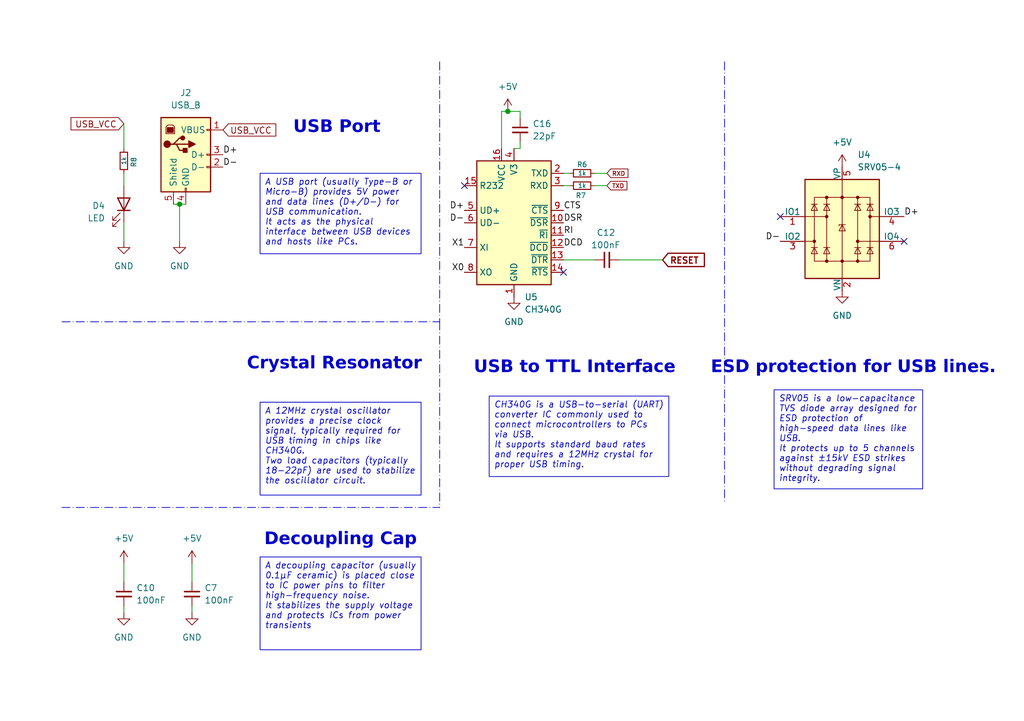
<source format=kicad_sch>
(kicad_sch
	(version 20250114)
	(generator "eeschema")
	(generator_version "9.0")
	(uuid "41e0433b-f654-424f-b7fb-5b8fcb7eacc8")
	(paper "A5")
	(lib_symbols
		(symbol "Connector:USB_B"
			(pin_names
				(offset 1.016)
			)
			(exclude_from_sim no)
			(in_bom yes)
			(on_board yes)
			(property "Reference" "J"
				(at -5.08 11.43 0)
				(effects
					(font
						(size 1.27 1.27)
					)
					(justify left)
				)
			)
			(property "Value" "USB_B"
				(at -5.08 8.89 0)
				(effects
					(font
						(size 1.27 1.27)
					)
					(justify left)
				)
			)
			(property "Footprint" ""
				(at 3.81 -1.27 0)
				(effects
					(font
						(size 1.27 1.27)
					)
					(hide yes)
				)
			)
			(property "Datasheet" "~"
				(at 3.81 -1.27 0)
				(effects
					(font
						(size 1.27 1.27)
					)
					(hide yes)
				)
			)
			(property "Description" "USB Type B connector"
				(at 0 0 0)
				(effects
					(font
						(size 1.27 1.27)
					)
					(hide yes)
				)
			)
			(property "ki_keywords" "connector USB"
				(at 0 0 0)
				(effects
					(font
						(size 1.27 1.27)
					)
					(hide yes)
				)
			)
			(property "ki_fp_filters" "USB*"
				(at 0 0 0)
				(effects
					(font
						(size 1.27 1.27)
					)
					(hide yes)
				)
			)
			(symbol "USB_B_0_1"
				(rectangle
					(start -5.08 -7.62)
					(end 5.08 7.62)
					(stroke
						(width 0.254)
						(type default)
					)
					(fill
						(type background)
					)
				)
				(polyline
					(pts
						(xy -4.064 4.318) (xy -2.286 4.318) (xy -2.286 5.715) (xy -2.667 6.096) (xy -3.683 6.096) (xy -4.064 5.715)
						(xy -4.064 4.318)
					)
					(stroke
						(width 0)
						(type default)
					)
					(fill
						(type none)
					)
				)
				(rectangle
					(start -3.81 5.588)
					(end -2.54 4.572)
					(stroke
						(width 0)
						(type default)
					)
					(fill
						(type outline)
					)
				)
				(circle
					(center -3.81 2.159)
					(radius 0.635)
					(stroke
						(width 0.254)
						(type default)
					)
					(fill
						(type outline)
					)
				)
				(polyline
					(pts
						(xy -3.175 2.159) (xy -2.54 2.159) (xy -1.27 3.429) (xy -0.635 3.429)
					)
					(stroke
						(width 0.254)
						(type default)
					)
					(fill
						(type none)
					)
				)
				(polyline
					(pts
						(xy -2.54 2.159) (xy -1.905 2.159) (xy -1.27 0.889) (xy 0 0.889)
					)
					(stroke
						(width 0.254)
						(type default)
					)
					(fill
						(type none)
					)
				)
				(polyline
					(pts
						(xy -1.905 2.159) (xy 0.635 2.159)
					)
					(stroke
						(width 0.254)
						(type default)
					)
					(fill
						(type none)
					)
				)
				(circle
					(center -0.635 3.429)
					(radius 0.381)
					(stroke
						(width 0.254)
						(type default)
					)
					(fill
						(type outline)
					)
				)
				(rectangle
					(start -0.127 -7.62)
					(end 0.127 -6.858)
					(stroke
						(width 0)
						(type default)
					)
					(fill
						(type none)
					)
				)
				(rectangle
					(start 0.254 1.27)
					(end -0.508 0.508)
					(stroke
						(width 0.254)
						(type default)
					)
					(fill
						(type outline)
					)
				)
				(polyline
					(pts
						(xy 0.635 2.794) (xy 0.635 1.524) (xy 1.905 2.159) (xy 0.635 2.794)
					)
					(stroke
						(width 0.254)
						(type default)
					)
					(fill
						(type outline)
					)
				)
				(rectangle
					(start 5.08 4.953)
					(end 4.318 5.207)
					(stroke
						(width 0)
						(type default)
					)
					(fill
						(type none)
					)
				)
				(rectangle
					(start 5.08 -0.127)
					(end 4.318 0.127)
					(stroke
						(width 0)
						(type default)
					)
					(fill
						(type none)
					)
				)
				(rectangle
					(start 5.08 -2.667)
					(end 4.318 -2.413)
					(stroke
						(width 0)
						(type default)
					)
					(fill
						(type none)
					)
				)
			)
			(symbol "USB_B_1_1"
				(pin passive line
					(at -2.54 -10.16 90)
					(length 2.54)
					(name "Shield"
						(effects
							(font
								(size 1.27 1.27)
							)
						)
					)
					(number "5"
						(effects
							(font
								(size 1.27 1.27)
							)
						)
					)
				)
				(pin power_out line
					(at 0 -10.16 90)
					(length 2.54)
					(name "GND"
						(effects
							(font
								(size 1.27 1.27)
							)
						)
					)
					(number "4"
						(effects
							(font
								(size 1.27 1.27)
							)
						)
					)
				)
				(pin power_out line
					(at 7.62 5.08 180)
					(length 2.54)
					(name "VBUS"
						(effects
							(font
								(size 1.27 1.27)
							)
						)
					)
					(number "1"
						(effects
							(font
								(size 1.27 1.27)
							)
						)
					)
				)
				(pin bidirectional line
					(at 7.62 0 180)
					(length 2.54)
					(name "D+"
						(effects
							(font
								(size 1.27 1.27)
							)
						)
					)
					(number "3"
						(effects
							(font
								(size 1.27 1.27)
							)
						)
					)
				)
				(pin bidirectional line
					(at 7.62 -2.54 180)
					(length 2.54)
					(name "D-"
						(effects
							(font
								(size 1.27 1.27)
							)
						)
					)
					(number "2"
						(effects
							(font
								(size 1.27 1.27)
							)
						)
					)
				)
			)
			(embedded_fonts no)
		)
		(symbol "Device:C_Small"
			(pin_numbers
				(hide yes)
			)
			(pin_names
				(offset 0.254)
				(hide yes)
			)
			(exclude_from_sim no)
			(in_bom yes)
			(on_board yes)
			(property "Reference" "C"
				(at 0.254 1.778 0)
				(effects
					(font
						(size 1.27 1.27)
					)
					(justify left)
				)
			)
			(property "Value" "C_Small"
				(at 0.254 -2.032 0)
				(effects
					(font
						(size 1.27 1.27)
					)
					(justify left)
				)
			)
			(property "Footprint" ""
				(at 0 0 0)
				(effects
					(font
						(size 1.27 1.27)
					)
					(hide yes)
				)
			)
			(property "Datasheet" "~"
				(at 0 0 0)
				(effects
					(font
						(size 1.27 1.27)
					)
					(hide yes)
				)
			)
			(property "Description" "Unpolarized capacitor, small symbol"
				(at 0 0 0)
				(effects
					(font
						(size 1.27 1.27)
					)
					(hide yes)
				)
			)
			(property "ki_keywords" "capacitor cap"
				(at 0 0 0)
				(effects
					(font
						(size 1.27 1.27)
					)
					(hide yes)
				)
			)
			(property "ki_fp_filters" "C_*"
				(at 0 0 0)
				(effects
					(font
						(size 1.27 1.27)
					)
					(hide yes)
				)
			)
			(symbol "C_Small_0_1"
				(polyline
					(pts
						(xy -1.524 0.508) (xy 1.524 0.508)
					)
					(stroke
						(width 0.3048)
						(type default)
					)
					(fill
						(type none)
					)
				)
				(polyline
					(pts
						(xy -1.524 -0.508) (xy 1.524 -0.508)
					)
					(stroke
						(width 0.3302)
						(type default)
					)
					(fill
						(type none)
					)
				)
			)
			(symbol "C_Small_1_1"
				(pin passive line
					(at 0 2.54 270)
					(length 2.032)
					(name "~"
						(effects
							(font
								(size 1.27 1.27)
							)
						)
					)
					(number "1"
						(effects
							(font
								(size 1.27 1.27)
							)
						)
					)
				)
				(pin passive line
					(at 0 -2.54 90)
					(length 2.032)
					(name "~"
						(effects
							(font
								(size 1.27 1.27)
							)
						)
					)
					(number "2"
						(effects
							(font
								(size 1.27 1.27)
							)
						)
					)
				)
			)
			(embedded_fonts no)
		)
		(symbol "Device:LED"
			(pin_numbers
				(hide yes)
			)
			(pin_names
				(offset 1.016)
				(hide yes)
			)
			(exclude_from_sim no)
			(in_bom yes)
			(on_board yes)
			(property "Reference" "D"
				(at 0 2.54 0)
				(effects
					(font
						(size 1.27 1.27)
					)
				)
			)
			(property "Value" "LED"
				(at 0 -2.54 0)
				(effects
					(font
						(size 1.27 1.27)
					)
				)
			)
			(property "Footprint" ""
				(at 0 0 0)
				(effects
					(font
						(size 1.27 1.27)
					)
					(hide yes)
				)
			)
			(property "Datasheet" "~"
				(at 0 0 0)
				(effects
					(font
						(size 1.27 1.27)
					)
					(hide yes)
				)
			)
			(property "Description" "Light emitting diode"
				(at 0 0 0)
				(effects
					(font
						(size 1.27 1.27)
					)
					(hide yes)
				)
			)
			(property "Sim.Pins" "1=K 2=A"
				(at 0 0 0)
				(effects
					(font
						(size 1.27 1.27)
					)
					(hide yes)
				)
			)
			(property "ki_keywords" "LED diode"
				(at 0 0 0)
				(effects
					(font
						(size 1.27 1.27)
					)
					(hide yes)
				)
			)
			(property "ki_fp_filters" "LED* LED_SMD:* LED_THT:*"
				(at 0 0 0)
				(effects
					(font
						(size 1.27 1.27)
					)
					(hide yes)
				)
			)
			(symbol "LED_0_1"
				(polyline
					(pts
						(xy -3.048 -0.762) (xy -4.572 -2.286) (xy -3.81 -2.286) (xy -4.572 -2.286) (xy -4.572 -1.524)
					)
					(stroke
						(width 0)
						(type default)
					)
					(fill
						(type none)
					)
				)
				(polyline
					(pts
						(xy -1.778 -0.762) (xy -3.302 -2.286) (xy -2.54 -2.286) (xy -3.302 -2.286) (xy -3.302 -1.524)
					)
					(stroke
						(width 0)
						(type default)
					)
					(fill
						(type none)
					)
				)
				(polyline
					(pts
						(xy -1.27 0) (xy 1.27 0)
					)
					(stroke
						(width 0)
						(type default)
					)
					(fill
						(type none)
					)
				)
				(polyline
					(pts
						(xy -1.27 -1.27) (xy -1.27 1.27)
					)
					(stroke
						(width 0.254)
						(type default)
					)
					(fill
						(type none)
					)
				)
				(polyline
					(pts
						(xy 1.27 -1.27) (xy 1.27 1.27) (xy -1.27 0) (xy 1.27 -1.27)
					)
					(stroke
						(width 0.254)
						(type default)
					)
					(fill
						(type none)
					)
				)
			)
			(symbol "LED_1_1"
				(pin passive line
					(at -3.81 0 0)
					(length 2.54)
					(name "K"
						(effects
							(font
								(size 1.27 1.27)
							)
						)
					)
					(number "1"
						(effects
							(font
								(size 1.27 1.27)
							)
						)
					)
				)
				(pin passive line
					(at 3.81 0 180)
					(length 2.54)
					(name "A"
						(effects
							(font
								(size 1.27 1.27)
							)
						)
					)
					(number "2"
						(effects
							(font
								(size 1.27 1.27)
							)
						)
					)
				)
			)
			(embedded_fonts no)
		)
		(symbol "Device:R_Small"
			(pin_numbers
				(hide yes)
			)
			(pin_names
				(offset 0.254)
				(hide yes)
			)
			(exclude_from_sim no)
			(in_bom yes)
			(on_board yes)
			(property "Reference" "R"
				(at 0 0 90)
				(effects
					(font
						(size 1.016 1.016)
					)
				)
			)
			(property "Value" "R_Small"
				(at 1.778 0 90)
				(effects
					(font
						(size 1.27 1.27)
					)
				)
			)
			(property "Footprint" ""
				(at 0 0 0)
				(effects
					(font
						(size 1.27 1.27)
					)
					(hide yes)
				)
			)
			(property "Datasheet" "~"
				(at 0 0 0)
				(effects
					(font
						(size 1.27 1.27)
					)
					(hide yes)
				)
			)
			(property "Description" "Resistor, small symbol"
				(at 0 0 0)
				(effects
					(font
						(size 1.27 1.27)
					)
					(hide yes)
				)
			)
			(property "ki_keywords" "R resistor"
				(at 0 0 0)
				(effects
					(font
						(size 1.27 1.27)
					)
					(hide yes)
				)
			)
			(property "ki_fp_filters" "R_*"
				(at 0 0 0)
				(effects
					(font
						(size 1.27 1.27)
					)
					(hide yes)
				)
			)
			(symbol "R_Small_0_1"
				(rectangle
					(start -0.762 1.778)
					(end 0.762 -1.778)
					(stroke
						(width 0.2032)
						(type default)
					)
					(fill
						(type none)
					)
				)
			)
			(symbol "R_Small_1_1"
				(pin passive line
					(at 0 2.54 270)
					(length 0.762)
					(name "~"
						(effects
							(font
								(size 1.27 1.27)
							)
						)
					)
					(number "1"
						(effects
							(font
								(size 1.27 1.27)
							)
						)
					)
				)
				(pin passive line
					(at 0 -2.54 90)
					(length 0.762)
					(name "~"
						(effects
							(font
								(size 1.27 1.27)
							)
						)
					)
					(number "2"
						(effects
							(font
								(size 1.27 1.27)
							)
						)
					)
				)
			)
			(embedded_fonts no)
		)
		(symbol "Interface_USB:CH340G"
			(exclude_from_sim no)
			(in_bom yes)
			(on_board yes)
			(property "Reference" "U"
				(at -5.08 13.97 0)
				(effects
					(font
						(size 1.27 1.27)
					)
					(justify right)
				)
			)
			(property "Value" "CH340G"
				(at 1.27 13.97 0)
				(effects
					(font
						(size 1.27 1.27)
					)
					(justify left)
				)
			)
			(property "Footprint" "Package_SO:SOIC-16_3.9x9.9mm_P1.27mm"
				(at 1.27 -13.97 0)
				(effects
					(font
						(size 1.27 1.27)
					)
					(justify left)
					(hide yes)
				)
			)
			(property "Datasheet" "http://www.datasheet5.com/pdf-local-2195953"
				(at -8.89 20.32 0)
				(effects
					(font
						(size 1.27 1.27)
					)
					(hide yes)
				)
			)
			(property "Description" "USB serial converter, UART, SOIC-16"
				(at 0 0 0)
				(effects
					(font
						(size 1.27 1.27)
					)
					(hide yes)
				)
			)
			(property "ki_keywords" "USB UART Serial Converter Interface"
				(at 0 0 0)
				(effects
					(font
						(size 1.27 1.27)
					)
					(hide yes)
				)
			)
			(property "ki_fp_filters" "SOIC*3.9x9.9mm*P1.27mm*"
				(at 0 0 0)
				(effects
					(font
						(size 1.27 1.27)
					)
					(hide yes)
				)
			)
			(symbol "CH340G_0_1"
				(rectangle
					(start -7.62 12.7)
					(end 7.62 -12.7)
					(stroke
						(width 0.254)
						(type default)
					)
					(fill
						(type background)
					)
				)
			)
			(symbol "CH340G_1_1"
				(pin input line
					(at -10.16 7.62 0)
					(length 2.54)
					(name "R232"
						(effects
							(font
								(size 1.27 1.27)
							)
						)
					)
					(number "15"
						(effects
							(font
								(size 1.27 1.27)
							)
						)
					)
				)
				(pin bidirectional line
					(at -10.16 2.54 0)
					(length 2.54)
					(name "UD+"
						(effects
							(font
								(size 1.27 1.27)
							)
						)
					)
					(number "5"
						(effects
							(font
								(size 1.27 1.27)
							)
						)
					)
				)
				(pin bidirectional line
					(at -10.16 0 0)
					(length 2.54)
					(name "UD-"
						(effects
							(font
								(size 1.27 1.27)
							)
						)
					)
					(number "6"
						(effects
							(font
								(size 1.27 1.27)
							)
						)
					)
				)
				(pin input line
					(at -10.16 -5.08 0)
					(length 2.54)
					(name "XI"
						(effects
							(font
								(size 1.27 1.27)
							)
						)
					)
					(number "7"
						(effects
							(font
								(size 1.27 1.27)
							)
						)
					)
				)
				(pin output line
					(at -10.16 -10.16 0)
					(length 2.54)
					(name "XO"
						(effects
							(font
								(size 1.27 1.27)
							)
						)
					)
					(number "8"
						(effects
							(font
								(size 1.27 1.27)
							)
						)
					)
				)
				(pin power_in line
					(at -2.54 15.24 270)
					(length 2.54)
					(name "VCC"
						(effects
							(font
								(size 1.27 1.27)
							)
						)
					)
					(number "16"
						(effects
							(font
								(size 1.27 1.27)
							)
						)
					)
				)
				(pin power_out line
					(at 0 15.24 270)
					(length 2.54)
					(name "V3"
						(effects
							(font
								(size 1.27 1.27)
							)
						)
					)
					(number "4"
						(effects
							(font
								(size 1.27 1.27)
							)
						)
					)
				)
				(pin power_in line
					(at 0 -15.24 90)
					(length 2.54)
					(name "GND"
						(effects
							(font
								(size 1.27 1.27)
							)
						)
					)
					(number "1"
						(effects
							(font
								(size 1.27 1.27)
							)
						)
					)
				)
				(pin output line
					(at 10.16 10.16 180)
					(length 2.54)
					(name "TXD"
						(effects
							(font
								(size 1.27 1.27)
							)
						)
					)
					(number "2"
						(effects
							(font
								(size 1.27 1.27)
							)
						)
					)
				)
				(pin input line
					(at 10.16 7.62 180)
					(length 2.54)
					(name "RXD"
						(effects
							(font
								(size 1.27 1.27)
							)
						)
					)
					(number "3"
						(effects
							(font
								(size 1.27 1.27)
							)
						)
					)
				)
				(pin input line
					(at 10.16 2.54 180)
					(length 2.54)
					(name "~{CTS}"
						(effects
							(font
								(size 1.27 1.27)
							)
						)
					)
					(number "9"
						(effects
							(font
								(size 1.27 1.27)
							)
						)
					)
				)
				(pin input line
					(at 10.16 0 180)
					(length 2.54)
					(name "~{DSR}"
						(effects
							(font
								(size 1.27 1.27)
							)
						)
					)
					(number "10"
						(effects
							(font
								(size 1.27 1.27)
							)
						)
					)
				)
				(pin input line
					(at 10.16 -2.54 180)
					(length 2.54)
					(name "~{RI}"
						(effects
							(font
								(size 1.27 1.27)
							)
						)
					)
					(number "11"
						(effects
							(font
								(size 1.27 1.27)
							)
						)
					)
				)
				(pin input line
					(at 10.16 -5.08 180)
					(length 2.54)
					(name "~{DCD}"
						(effects
							(font
								(size 1.27 1.27)
							)
						)
					)
					(number "12"
						(effects
							(font
								(size 1.27 1.27)
							)
						)
					)
				)
				(pin output line
					(at 10.16 -7.62 180)
					(length 2.54)
					(name "~{DTR}"
						(effects
							(font
								(size 1.27 1.27)
							)
						)
					)
					(number "13"
						(effects
							(font
								(size 1.27 1.27)
							)
						)
					)
				)
				(pin output line
					(at 10.16 -10.16 180)
					(length 2.54)
					(name "~{RTS}"
						(effects
							(font
								(size 1.27 1.27)
							)
						)
					)
					(number "14"
						(effects
							(font
								(size 1.27 1.27)
							)
						)
					)
				)
			)
			(embedded_fonts no)
		)
		(symbol "Power_Protection:SRV05-4"
			(pin_names
				(offset 0)
			)
			(exclude_from_sim no)
			(in_bom yes)
			(on_board yes)
			(property "Reference" "U"
				(at -5.08 11.43 0)
				(effects
					(font
						(size 1.27 1.27)
					)
					(justify right)
				)
			)
			(property "Value" "SRV05-4"
				(at 2.54 11.43 0)
				(effects
					(font
						(size 1.27 1.27)
					)
					(justify left)
				)
			)
			(property "Footprint" "Package_TO_SOT_SMD:SOT-23-6"
				(at 17.78 -11.43 0)
				(effects
					(font
						(size 1.27 1.27)
					)
					(hide yes)
				)
			)
			(property "Datasheet" "http://www.onsemi.com/pub/Collateral/SRV05-4-D.PDF"
				(at 0 0 0)
				(effects
					(font
						(size 1.27 1.27)
					)
					(hide yes)
				)
			)
			(property "Description" "ESD Protection Diodes with Low Clamping Voltage, SOT-23-6"
				(at 0 0 0)
				(effects
					(font
						(size 1.27 1.27)
					)
					(hide yes)
				)
			)
			(property "ki_keywords" "ESD protection diodes"
				(at 0 0 0)
				(effects
					(font
						(size 1.27 1.27)
					)
					(hide yes)
				)
			)
			(property "ki_fp_filters" "SOT?23*"
				(at 0 0 0)
				(effects
					(font
						(size 1.27 1.27)
					)
					(hide yes)
				)
			)
			(symbol "SRV05-4_0_0"
				(rectangle
					(start -5.715 6.477)
					(end 5.715 -6.604)
					(stroke
						(width 0)
						(type default)
					)
					(fill
						(type none)
					)
				)
				(polyline
					(pts
						(xy -3.175 -6.604) (xy -3.175 6.477)
					)
					(stroke
						(width 0)
						(type default)
					)
					(fill
						(type none)
					)
				)
				(polyline
					(pts
						(xy 3.175 6.477) (xy 3.175 -6.604)
					)
					(stroke
						(width 0)
						(type default)
					)
					(fill
						(type none)
					)
				)
			)
			(symbol "SRV05-4_0_1"
				(polyline
					(pts
						(xy -7.747 2.54) (xy -3.175 2.54)
					)
					(stroke
						(width 0)
						(type default)
					)
					(fill
						(type none)
					)
				)
				(rectangle
					(start -7.62 10.16)
					(end 7.62 -10.16)
					(stroke
						(width 0.254)
						(type default)
					)
					(fill
						(type background)
					)
				)
				(polyline
					(pts
						(xy -7.62 -2.54) (xy -5.715 -2.54)
					)
					(stroke
						(width 0)
						(type default)
					)
					(fill
						(type none)
					)
				)
				(circle
					(center -5.715 -2.54)
					(radius 0.2794)
					(stroke
						(width 0)
						(type default)
					)
					(fill
						(type outline)
					)
				)
				(polyline
					(pts
						(xy -5.08 5.08) (xy -6.35 5.08)
					)
					(stroke
						(width 0)
						(type default)
					)
					(fill
						(type none)
					)
				)
				(polyline
					(pts
						(xy -5.08 3.81) (xy -6.35 3.81) (xy -5.715 5.08) (xy -5.08 3.81)
					)
					(stroke
						(width 0)
						(type default)
					)
					(fill
						(type none)
					)
				)
				(polyline
					(pts
						(xy -5.08 -3.81) (xy -6.35 -3.81)
					)
					(stroke
						(width 0)
						(type default)
					)
					(fill
						(type none)
					)
				)
				(polyline
					(pts
						(xy -5.08 -5.08) (xy -6.35 -5.08) (xy -5.715 -3.81) (xy -5.08 -5.08)
					)
					(stroke
						(width 0)
						(type default)
					)
					(fill
						(type none)
					)
				)
				(circle
					(center -3.175 6.477)
					(radius 0.2794)
					(stroke
						(width 0)
						(type default)
					)
					(fill
						(type outline)
					)
				)
				(circle
					(center -3.175 2.54)
					(radius 0.2794)
					(stroke
						(width 0)
						(type default)
					)
					(fill
						(type outline)
					)
				)
				(circle
					(center -3.175 -6.604)
					(radius 0.2794)
					(stroke
						(width 0)
						(type default)
					)
					(fill
						(type outline)
					)
				)
				(polyline
					(pts
						(xy -2.54 5.08) (xy -3.81 5.08)
					)
					(stroke
						(width 0)
						(type default)
					)
					(fill
						(type none)
					)
				)
				(polyline
					(pts
						(xy -2.54 3.81) (xy -3.81 3.81) (xy -3.175 5.08) (xy -2.54 3.81)
					)
					(stroke
						(width 0)
						(type default)
					)
					(fill
						(type none)
					)
				)
				(polyline
					(pts
						(xy -2.54 -3.81) (xy -3.81 -3.81)
					)
					(stroke
						(width 0)
						(type default)
					)
					(fill
						(type none)
					)
				)
				(polyline
					(pts
						(xy -2.54 -5.08) (xy -3.81 -5.08) (xy -3.175 -3.81) (xy -2.54 -5.08)
					)
					(stroke
						(width 0)
						(type default)
					)
					(fill
						(type none)
					)
				)
				(polyline
					(pts
						(xy 0 10.16) (xy 0 -10.16)
					)
					(stroke
						(width 0)
						(type default)
					)
					(fill
						(type none)
					)
				)
				(circle
					(center 0 6.477)
					(radius 0.2794)
					(stroke
						(width 0)
						(type default)
					)
					(fill
						(type outline)
					)
				)
				(circle
					(center 0 -6.604)
					(radius 0.2794)
					(stroke
						(width 0)
						(type default)
					)
					(fill
						(type outline)
					)
				)
				(polyline
					(pts
						(xy 0.635 0.889) (xy -0.635 0.889) (xy -0.635 0.635)
					)
					(stroke
						(width 0)
						(type default)
					)
					(fill
						(type none)
					)
				)
				(polyline
					(pts
						(xy 0.635 -0.381) (xy -0.635 -0.381) (xy 0 0.889) (xy 0.635 -0.381)
					)
					(stroke
						(width 0)
						(type default)
					)
					(fill
						(type none)
					)
				)
				(circle
					(center 3.175 6.477)
					(radius 0.2794)
					(stroke
						(width 0)
						(type default)
					)
					(fill
						(type outline)
					)
				)
				(circle
					(center 3.175 -2.54)
					(radius 0.2794)
					(stroke
						(width 0)
						(type default)
					)
					(fill
						(type outline)
					)
				)
				(circle
					(center 3.175 -6.604)
					(radius 0.2794)
					(stroke
						(width 0)
						(type default)
					)
					(fill
						(type outline)
					)
				)
				(polyline
					(pts
						(xy 3.81 5.08) (xy 2.54 5.08)
					)
					(stroke
						(width 0)
						(type default)
					)
					(fill
						(type none)
					)
				)
				(polyline
					(pts
						(xy 3.81 3.81) (xy 2.54 3.81) (xy 3.175 5.08) (xy 3.81 3.81)
					)
					(stroke
						(width 0)
						(type default)
					)
					(fill
						(type none)
					)
				)
				(polyline
					(pts
						(xy 3.81 -3.81) (xy 2.54 -3.81)
					)
					(stroke
						(width 0)
						(type default)
					)
					(fill
						(type none)
					)
				)
				(polyline
					(pts
						(xy 3.81 -5.08) (xy 2.54 -5.08) (xy 3.175 -3.81) (xy 3.81 -5.08)
					)
					(stroke
						(width 0)
						(type default)
					)
					(fill
						(type none)
					)
				)
				(circle
					(center 5.715 2.54)
					(radius 0.2794)
					(stroke
						(width 0)
						(type default)
					)
					(fill
						(type outline)
					)
				)
				(polyline
					(pts
						(xy 6.35 5.08) (xy 5.08 5.08)
					)
					(stroke
						(width 0)
						(type default)
					)
					(fill
						(type none)
					)
				)
				(polyline
					(pts
						(xy 6.35 3.81) (xy 5.08 3.81) (xy 5.715 5.08) (xy 6.35 3.81)
					)
					(stroke
						(width 0)
						(type default)
					)
					(fill
						(type none)
					)
				)
				(polyline
					(pts
						(xy 6.35 -3.81) (xy 5.08 -3.81)
					)
					(stroke
						(width 0)
						(type default)
					)
					(fill
						(type none)
					)
				)
				(polyline
					(pts
						(xy 6.35 -5.08) (xy 5.08 -5.08) (xy 5.715 -3.81) (xy 6.35 -5.08)
					)
					(stroke
						(width 0)
						(type default)
					)
					(fill
						(type none)
					)
				)
				(polyline
					(pts
						(xy 7.62 2.54) (xy 5.715 2.54)
					)
					(stroke
						(width 0)
						(type default)
					)
					(fill
						(type none)
					)
				)
				(polyline
					(pts
						(xy 7.62 -2.54) (xy 3.175 -2.54)
					)
					(stroke
						(width 0)
						(type default)
					)
					(fill
						(type none)
					)
				)
			)
			(symbol "SRV05-4_1_1"
				(pin passive line
					(at -12.7 2.54 0)
					(length 5.08)
					(name "IO1"
						(effects
							(font
								(size 1.27 1.27)
							)
						)
					)
					(number "1"
						(effects
							(font
								(size 1.27 1.27)
							)
						)
					)
				)
				(pin passive line
					(at -12.7 -2.54 0)
					(length 5.08)
					(name "IO2"
						(effects
							(font
								(size 1.27 1.27)
							)
						)
					)
					(number "3"
						(effects
							(font
								(size 1.27 1.27)
							)
						)
					)
				)
				(pin passive line
					(at 0 12.7 270)
					(length 2.54)
					(name "VP"
						(effects
							(font
								(size 1.27 1.27)
							)
						)
					)
					(number "5"
						(effects
							(font
								(size 1.27 1.27)
							)
						)
					)
				)
				(pin passive line
					(at 0 -12.7 90)
					(length 2.54)
					(name "VN"
						(effects
							(font
								(size 1.27 1.27)
							)
						)
					)
					(number "2"
						(effects
							(font
								(size 1.27 1.27)
							)
						)
					)
				)
				(pin passive line
					(at 12.7 2.54 180)
					(length 5.08)
					(name "IO3"
						(effects
							(font
								(size 1.27 1.27)
							)
						)
					)
					(number "4"
						(effects
							(font
								(size 1.27 1.27)
							)
						)
					)
				)
				(pin passive line
					(at 12.7 -2.54 180)
					(length 5.08)
					(name "IO4"
						(effects
							(font
								(size 1.27 1.27)
							)
						)
					)
					(number "6"
						(effects
							(font
								(size 1.27 1.27)
							)
						)
					)
				)
			)
			(embedded_fonts no)
		)
		(symbol "power:+5V"
			(power)
			(pin_numbers
				(hide yes)
			)
			(pin_names
				(offset 0)
				(hide yes)
			)
			(exclude_from_sim no)
			(in_bom yes)
			(on_board yes)
			(property "Reference" "#PWR"
				(at 0 -3.81 0)
				(effects
					(font
						(size 1.27 1.27)
					)
					(hide yes)
				)
			)
			(property "Value" "+5V"
				(at 0 3.556 0)
				(effects
					(font
						(size 1.27 1.27)
					)
				)
			)
			(property "Footprint" ""
				(at 0 0 0)
				(effects
					(font
						(size 1.27 1.27)
					)
					(hide yes)
				)
			)
			(property "Datasheet" ""
				(at 0 0 0)
				(effects
					(font
						(size 1.27 1.27)
					)
					(hide yes)
				)
			)
			(property "Description" "Power symbol creates a global label with name \"+5V\""
				(at 0 0 0)
				(effects
					(font
						(size 1.27 1.27)
					)
					(hide yes)
				)
			)
			(property "ki_keywords" "global power"
				(at 0 0 0)
				(effects
					(font
						(size 1.27 1.27)
					)
					(hide yes)
				)
			)
			(symbol "+5V_0_1"
				(polyline
					(pts
						(xy -0.762 1.27) (xy 0 2.54)
					)
					(stroke
						(width 0)
						(type default)
					)
					(fill
						(type none)
					)
				)
				(polyline
					(pts
						(xy 0 2.54) (xy 0.762 1.27)
					)
					(stroke
						(width 0)
						(type default)
					)
					(fill
						(type none)
					)
				)
				(polyline
					(pts
						(xy 0 0) (xy 0 2.54)
					)
					(stroke
						(width 0)
						(type default)
					)
					(fill
						(type none)
					)
				)
			)
			(symbol "+5V_1_1"
				(pin power_in line
					(at 0 0 90)
					(length 0)
					(name "~"
						(effects
							(font
								(size 1.27 1.27)
							)
						)
					)
					(number "1"
						(effects
							(font
								(size 1.27 1.27)
							)
						)
					)
				)
			)
			(embedded_fonts no)
		)
		(symbol "power:GND"
			(power)
			(pin_numbers
				(hide yes)
			)
			(pin_names
				(offset 0)
				(hide yes)
			)
			(exclude_from_sim no)
			(in_bom yes)
			(on_board yes)
			(property "Reference" "#PWR"
				(at 0 -6.35 0)
				(effects
					(font
						(size 1.27 1.27)
					)
					(hide yes)
				)
			)
			(property "Value" "GND"
				(at 0 -3.81 0)
				(effects
					(font
						(size 1.27 1.27)
					)
				)
			)
			(property "Footprint" ""
				(at 0 0 0)
				(effects
					(font
						(size 1.27 1.27)
					)
					(hide yes)
				)
			)
			(property "Datasheet" ""
				(at 0 0 0)
				(effects
					(font
						(size 1.27 1.27)
					)
					(hide yes)
				)
			)
			(property "Description" "Power symbol creates a global label with name \"GND\" , ground"
				(at 0 0 0)
				(effects
					(font
						(size 1.27 1.27)
					)
					(hide yes)
				)
			)
			(property "ki_keywords" "global power"
				(at 0 0 0)
				(effects
					(font
						(size 1.27 1.27)
					)
					(hide yes)
				)
			)
			(symbol "GND_0_1"
				(polyline
					(pts
						(xy 0 0) (xy 0 -1.27) (xy 1.27 -1.27) (xy 0 -2.54) (xy -1.27 -1.27) (xy 0 -1.27)
					)
					(stroke
						(width 0)
						(type default)
					)
					(fill
						(type none)
					)
				)
			)
			(symbol "GND_1_1"
				(pin power_in line
					(at 0 0 270)
					(length 0)
					(name "~"
						(effects
							(font
								(size 1.27 1.27)
							)
						)
					)
					(number "1"
						(effects
							(font
								(size 1.27 1.27)
							)
						)
					)
				)
			)
			(embedded_fonts no)
		)
	)
	(text "Crystal Resonator\n"
		(exclude_from_sim no)
		(at 68.58 75.438 0)
		(effects
			(font
				(face "HP Simplified")
				(size 2.54 2.54)
				(thickness 0.254)
				(bold yes)
			)
		)
		(uuid "2ff52226-7237-46ab-8689-76fa1a1737a0")
	)
	(text "USB to TTL Interface"
		(exclude_from_sim no)
		(at 117.856 76.2 0)
		(effects
			(font
				(face "HP Simplified")
				(size 2.54 2.54)
				(thickness 0.254)
				(bold yes)
			)
		)
		(uuid "52480fd9-ae2c-4b6a-9702-fd1cbe09ae9b")
	)
	(text "Decoupling Cap"
		(exclude_from_sim no)
		(at 69.85 111.506 0)
		(effects
			(font
				(face "HP Simplified")
				(size 2.54 2.54)
				(thickness 0.254)
				(bold yes)
			)
		)
		(uuid "69cb46c6-57fa-46cf-a79b-4c083ed45524")
	)
	(text "ESD protection for USB lines."
		(exclude_from_sim no)
		(at 175.006 76.2 0)
		(effects
			(font
				(face "HP Simplified")
				(size 2.54 2.54)
				(thickness 0.254)
				(bold yes)
			)
		)
		(uuid "921464ce-8006-46a3-b73c-680c18e01c54")
	)
	(text "USB Port"
		(exclude_from_sim no)
		(at 69.088 26.924 0)
		(effects
			(font
				(face "HP Simplified")
				(size 2.54 2.54)
				(thickness 0.254)
				(bold yes)
			)
		)
		(uuid "cd04afdd-d95b-4ca1-8b65-1e9eda9110f4")
	)
	(text_box "SRV05 is a low-capacitance TVS diode array designed for ESD protection of high-speed data lines like USB.\nIt protects up to 5 channels against ±15 kV ESD strikes without degrading signal integrity."
		(exclude_from_sim no)
		(at 158.75 80.01 0)
		(size 30.48 20.32)
		(margins 0.9525 0.9525 0.9525 0.9525)
		(stroke
			(width 0)
			(type solid)
		)
		(fill
			(type none)
		)
		(effects
			(font
				(size 1.27 1.27)
				(italic yes)
			)
			(justify left top)
		)
		(uuid "0f41b7b7-b735-49d0-be21-d2ff6a3f0fab")
	)
	(text_box "A USB port (usually Type-B or Micro-B) provides 5V power and data lines (D+/D−) for USB communication.\nIt acts as the physical interface between USB devices and hosts like PCs."
		(exclude_from_sim no)
		(at 53.34 35.56 0)
		(size 33.02 16.51)
		(margins 0.9525 0.9525 0.9525 0.9525)
		(stroke
			(width 0)
			(type solid)
		)
		(fill
			(type none)
		)
		(effects
			(font
				(size 1.27 1.27)
				(italic yes)
			)
			(justify left top)
		)
		(uuid "220deab5-1371-41fb-8e3e-0b2de10033da")
	)
	(text_box "A decoupling capacitor (usually 0.1 µF ceramic) is placed close to IC power pins to filter high-frequency noise.\nIt stabilizes the supply voltage and protects ICs from power transients"
		(exclude_from_sim no)
		(at 53.34 114.3 0)
		(size 33.02 19.05)
		(margins 0.9525 0.9525 0.9525 0.9525)
		(stroke
			(width 0)
			(type solid)
		)
		(fill
			(type none)
		)
		(effects
			(font
				(size 1.27 1.27)
				(italic yes)
			)
			(justify left top)
		)
		(uuid "3762e3f0-c3fa-477b-92c7-3f670a418ada")
	)
	(text_box "A 12 MHz crystal oscillator provides a precise clock signal, typically required for USB timing in chips like CH340G.\nTwo load capacitors (typically 18-22 pF) are used to stabilize the oscillator circuit."
		(exclude_from_sim no)
		(at 53.34 82.55 0)
		(size 33.02 19.05)
		(margins 0.9525 0.9525 0.9525 0.9525)
		(stroke
			(width 0)
			(type solid)
		)
		(fill
			(type none)
		)
		(effects
			(font
				(size 1.27 1.27)
				(italic yes)
			)
			(justify left top)
		)
		(uuid "67a2a6f6-b78d-42fb-bb8d-a03b5b94b2ad")
	)
	(text_box "CH340G is a USB-to-serial (UART) converter IC commonly used to connect microcontrollers to PCs via USB.\nIt supports standard baud rates and requires a 12 MHz crystal for proper USB timing."
		(exclude_from_sim no)
		(at 100.33 81.28 0)
		(size 36.83 16.51)
		(margins 0.9525 0.9525 0.9525 0.9525)
		(stroke
			(width 0)
			(type solid)
		)
		(fill
			(type none)
		)
		(effects
			(font
				(size 1.27 1.27)
				(italic yes)
			)
			(justify left top)
		)
		(uuid "87499366-62c0-49fb-b779-fd5fc00a4194")
	)
	(junction
		(at 36.83 41.91)
		(diameter 0)
		(color 0 0 0 0)
		(uuid "168c6152-71cf-43b3-9672-a14b2c95375b")
	)
	(junction
		(at 104.14 22.86)
		(diameter 0)
		(color 0 0 0 0)
		(uuid "ebd91353-35c3-4799-b9d3-fafabc047f1f")
	)
	(no_connect
		(at 160.02 44.45)
		(uuid "2197dda3-e2c1-4860-9daf-2a09ff9d1bb3")
	)
	(no_connect
		(at 115.57 55.88)
		(uuid "6303870d-f09e-4791-9017-ac06885010cf")
	)
	(no_connect
		(at 95.25 38.1)
		(uuid "9a79804f-517f-429c-99cf-41a953732aa6")
	)
	(no_connect
		(at 185.42 49.53)
		(uuid "c1d5a4e1-64f9-44a0-9a12-d31e10621618")
	)
	(wire
		(pts
			(xy 39.37 125.73) (xy 39.37 124.46)
		)
		(stroke
			(width 0)
			(type default)
		)
		(uuid "13233e45-7e8a-4189-9674-444eac2982aa")
	)
	(wire
		(pts
			(xy 115.57 38.1) (xy 116.84 38.1)
		)
		(stroke
			(width 0)
			(type default)
		)
		(uuid "1c085115-b7ae-4235-bb0c-34bcd179dbfe")
	)
	(wire
		(pts
			(xy 102.87 22.86) (xy 104.14 22.86)
		)
		(stroke
			(width 0)
			(type default)
		)
		(uuid "1e4ecd68-0138-4d11-ac47-a1d1d35962b0")
	)
	(wire
		(pts
			(xy 127 53.34) (xy 135.89 53.34)
		)
		(stroke
			(width 0)
			(type default)
		)
		(uuid "2219a7b5-c5e2-483b-a8c5-1729c8596a22")
	)
	(polyline
		(pts
			(xy 12.7 66.04) (xy 90.17 66.04)
		)
		(stroke
			(width 0)
			(type dash_dot)
		)
		(uuid "228d2dc6-865e-4ff6-9731-113b1f9805b5")
	)
	(wire
		(pts
			(xy 124.46 35.56) (xy 121.92 35.56)
		)
		(stroke
			(width 0)
			(type default)
		)
		(uuid "33989a10-71f5-4d31-b586-66906deb7d14")
	)
	(wire
		(pts
			(xy 36.83 41.91) (xy 38.1 41.91)
		)
		(stroke
			(width 0)
			(type default)
		)
		(uuid "35e276b2-6ce1-4413-b337-1dc71bd4a827")
	)
	(wire
		(pts
			(xy 39.37 119.38) (xy 39.37 115.57)
		)
		(stroke
			(width 0)
			(type default)
		)
		(uuid "35f5e3fd-5ee7-4339-85c0-323447852d3d")
	)
	(wire
		(pts
			(xy 36.83 41.91) (xy 36.83 49.53)
		)
		(stroke
			(width 0)
			(type default)
		)
		(uuid "40def682-208a-4791-9fa3-56b285d5ed78")
	)
	(wire
		(pts
			(xy 25.4 125.73) (xy 25.4 124.46)
		)
		(stroke
			(width 0)
			(type default)
		)
		(uuid "418aa2cc-b892-44f6-8bf4-45ede907e18b")
	)
	(polyline
		(pts
			(xy 90.17 66.04) (xy 90.17 104.14)
		)
		(stroke
			(width 0)
			(type dash_dot)
		)
		(uuid "4bed2208-6cd7-48e1-9821-f6ac3c439929")
	)
	(wire
		(pts
			(xy 115.57 35.56) (xy 116.84 35.56)
		)
		(stroke
			(width 0)
			(type default)
		)
		(uuid "5c1342bd-ba7b-4b19-967e-7f8d2261cbda")
	)
	(wire
		(pts
			(xy 25.4 35.56) (xy 25.4 38.1)
		)
		(stroke
			(width 0)
			(type default)
		)
		(uuid "70c75964-c8b0-4dd3-b83d-f89f00955135")
	)
	(wire
		(pts
			(xy 102.87 22.86) (xy 102.87 30.48)
		)
		(stroke
			(width 0)
			(type default)
		)
		(uuid "85268b27-7777-4c0a-8203-b3dd15e18fe0")
	)
	(wire
		(pts
			(xy 35.56 41.91) (xy 36.83 41.91)
		)
		(stroke
			(width 0)
			(type default)
		)
		(uuid "c4dc1171-cf8d-4039-b1df-def0defc8762")
	)
	(wire
		(pts
			(xy 25.4 119.38) (xy 25.4 115.57)
		)
		(stroke
			(width 0)
			(type default)
		)
		(uuid "cfc159de-4978-4f4f-a8c9-eba7b8653369")
	)
	(wire
		(pts
			(xy 25.4 45.72) (xy 25.4 49.53)
		)
		(stroke
			(width 0)
			(type default)
		)
		(uuid "d353b96e-6dea-4afd-9f29-963f2aa0a781")
	)
	(wire
		(pts
			(xy 106.68 30.48) (xy 105.41 30.48)
		)
		(stroke
			(width 0)
			(type default)
		)
		(uuid "d6760dfa-e80d-4f7c-b82f-fe9821887ff3")
	)
	(wire
		(pts
			(xy 106.68 24.13) (xy 106.68 22.86)
		)
		(stroke
			(width 0)
			(type default)
		)
		(uuid "d9cb3945-d368-4d05-b8ab-d71cd11b1b93")
	)
	(wire
		(pts
			(xy 121.92 38.1) (xy 124.46 38.1)
		)
		(stroke
			(width 0)
			(type default)
		)
		(uuid "dbc18698-acea-4b31-92d2-99b4afff45b6")
	)
	(wire
		(pts
			(xy 115.57 53.34) (xy 121.92 53.34)
		)
		(stroke
			(width 0)
			(type default)
		)
		(uuid "dda7b83a-289e-440d-a12d-bae3dca3b7fe")
	)
	(wire
		(pts
			(xy 104.14 22.86) (xy 106.68 22.86)
		)
		(stroke
			(width 0)
			(type default)
		)
		(uuid "de73cc79-abca-4aec-8718-a6c24129eeaa")
	)
	(wire
		(pts
			(xy 25.4 25.4) (xy 25.4 30.48)
		)
		(stroke
			(width 0)
			(type default)
		)
		(uuid "e8b160f7-c923-4ea2-9c6d-94b76d20325a")
	)
	(polyline
		(pts
			(xy 12.7 104.14) (xy 90.17 104.14)
		)
		(stroke
			(width 0)
			(type dash_dot)
		)
		(uuid "e90a8add-94c9-497e-abe5-1d2a1488a62e")
	)
	(wire
		(pts
			(xy 106.68 29.21) (xy 106.68 30.48)
		)
		(stroke
			(width 0)
			(type default)
		)
		(uuid "eb1e9b4c-515e-41ea-9407-efa7b629ce8f")
	)
	(polyline
		(pts
			(xy 90.17 12.7) (xy 90.17 66.04)
		)
		(stroke
			(width 0)
			(type dash_dot)
		)
		(uuid "ebbf1d3a-5355-4a21-895d-854a9be07255")
	)
	(polyline
		(pts
			(xy 148.59 12.7) (xy 148.59 102.87)
		)
		(stroke
			(width 0)
			(type dash_dot)
		)
		(uuid "f80836db-831c-4217-b877-c40b428d04d6")
	)
	(label "X0"
		(at 95.25 55.88 180)
		(effects
			(font
				(size 1.27 1.27)
			)
			(justify right bottom)
		)
		(uuid "1490c891-1ed0-4376-bca5-0db6f54380de")
	)
	(label "D+"
		(at 95.25 43.18 180)
		(effects
			(font
				(size 1.27 1.27)
			)
			(justify right bottom)
		)
		(uuid "454d6060-6f16-427f-8d31-dc0f8b215913")
	)
	(label "RI"
		(at 115.57 48.26 0)
		(effects
			(font
				(size 1.27 1.27)
			)
			(justify left bottom)
		)
		(uuid "4e67acb6-39a7-4920-bec6-adaf3f768447")
	)
	(label "D-"
		(at 95.25 45.72 180)
		(effects
			(font
				(size 1.27 1.27)
			)
			(justify right bottom)
		)
		(uuid "5c86b3dc-9547-4c15-a2bc-2870c7a0d09e")
	)
	(label "X1"
		(at 95.25 50.8 180)
		(effects
			(font
				(size 1.27 1.27)
			)
			(justify right bottom)
		)
		(uuid "7044f18d-83de-4dd4-9f94-f3353886a10b")
	)
	(label "D+"
		(at 45.72 31.75 0)
		(effects
			(font
				(size 1.27 1.27)
			)
			(justify left bottom)
		)
		(uuid "7687f5c0-ce7b-404b-b600-cc9a948df5e3")
	)
	(label "DCD"
		(at 115.57 50.8 0)
		(effects
			(font
				(size 1.27 1.27)
			)
			(justify left bottom)
		)
		(uuid "8013428d-0329-4400-9833-08002ee0ae2a")
	)
	(label "D-"
		(at 45.72 34.29 0)
		(effects
			(font
				(size 1.27 1.27)
			)
			(justify left bottom)
		)
		(uuid "9083e514-63d9-4e5e-9eb2-43302b741be4")
	)
	(label "DSR"
		(at 115.57 45.72 0)
		(effects
			(font
				(size 1.27 1.27)
			)
			(justify left bottom)
		)
		(uuid "957f43c4-9c8f-410e-8af8-e7fcfd75281b")
	)
	(label "CTS"
		(at 115.57 43.18 0)
		(effects
			(font
				(size 1.27 1.27)
			)
			(justify left bottom)
		)
		(uuid "a432f627-a983-47ac-8d80-11506d4d39c1")
	)
	(label "D+"
		(at 185.42 44.45 0)
		(effects
			(font
				(size 1.27 1.27)
			)
			(justify left bottom)
		)
		(uuid "be055769-60ba-4239-af6d-71f7310977b7")
	)
	(label "D-"
		(at 160.02 49.53 180)
		(effects
			(font
				(size 1.27 1.27)
			)
			(justify right bottom)
		)
		(uuid "da430e2d-094b-4ee7-beaf-4ab957b7e282")
	)
	(global_label "RESET"
		(shape input)
		(at 135.89 53.34 0)
		(fields_autoplaced yes)
		(effects
			(font
				(size 1.27 1.27)
				(thickness 0.254)
				(bold yes)
			)
			(justify left)
		)
		(uuid "013724b1-8576-4020-990b-dd3a6a46b634")
		(property "Intersheetrefs" "${INTERSHEET_REFS}"
			(at 145.0963 53.34 0)
			(effects
				(font
					(size 1.27 1.27)
				)
				(justify left)
				(hide yes)
			)
		)
	)
	(global_label "RXD"
		(shape input)
		(at 124.46 35.56 0)
		(fields_autoplaced yes)
		(effects
			(font
				(size 0.889 0.889)
			)
			(justify left)
		)
		(uuid "1807a1f2-4c95-4625-9837-aac528e5948a")
		(property "Intersheetrefs" "${INTERSHEET_REFS}"
			(at 129.1742 35.56 0)
			(effects
				(font
					(size 1.27 1.27)
				)
				(justify left)
				(hide yes)
			)
		)
	)
	(global_label "USB_VCC"
		(shape input)
		(at 45.72 26.67 0)
		(fields_autoplaced yes)
		(effects
			(font
				(size 1.27 1.27)
			)
			(justify left)
		)
		(uuid "46dd49a9-17c3-42bf-98e8-c932c91e1c72")
		(property "Intersheetrefs" "${INTERSHEET_REFS}"
			(at 57.1114 26.67 0)
			(effects
				(font
					(size 1.27 1.27)
				)
				(justify left)
				(hide yes)
			)
		)
	)
	(global_label "TXD"
		(shape input)
		(at 124.46 38.1 0)
		(fields_autoplaced yes)
		(effects
			(font
				(size 0.889 0.889)
			)
			(justify left)
		)
		(uuid "7fd20a92-11ea-4913-9c47-224f241952d1")
		(property "Intersheetrefs" "${INTERSHEET_REFS}"
			(at 128.9625 38.1 0)
			(effects
				(font
					(size 1.27 1.27)
				)
				(justify left)
				(hide yes)
			)
		)
	)
	(global_label "USB_VCC"
		(shape input)
		(at 25.4 25.4 180)
		(fields_autoplaced yes)
		(effects
			(font
				(size 1.27 1.27)
			)
			(justify right)
		)
		(uuid "f9d8373a-68ee-4c71-b4b6-4caef84e6606")
		(property "Intersheetrefs" "${INTERSHEET_REFS}"
			(at 14.0086 25.4 0)
			(effects
				(font
					(size 1.27 1.27)
				)
				(justify right)
				(hide yes)
			)
		)
	)
	(symbol
		(lib_id "power:GND")
		(at 36.83 49.53 0)
		(unit 1)
		(exclude_from_sim no)
		(in_bom yes)
		(on_board yes)
		(dnp no)
		(uuid "09181fd3-a4d3-4078-8840-290d2e2d6e98")
		(property "Reference" "#PWR020"
			(at 36.83 55.88 0)
			(effects
				(font
					(size 1.27 1.27)
				)
				(hide yes)
			)
		)
		(property "Value" "GND"
			(at 36.83 54.61 0)
			(effects
				(font
					(size 1.27 1.27)
				)
			)
		)
		(property "Footprint" ""
			(at 36.83 49.53 0)
			(effects
				(font
					(size 1.27 1.27)
				)
				(hide yes)
			)
		)
		(property "Datasheet" ""
			(at 36.83 49.53 0)
			(effects
				(font
					(size 1.27 1.27)
				)
				(hide yes)
			)
		)
		(property "Description" "Power symbol creates a global label with name \"GND\" , ground"
			(at 36.83 49.53 0)
			(effects
				(font
					(size 1.27 1.27)
				)
				(hide yes)
			)
		)
		(pin "1"
			(uuid "e001a12d-b8cc-40f5-862e-69c14576883b")
		)
		(instances
			(project ""
				(path "/eaddb01e-76a2-441c-8367-a4076e8c14a4/cbbec8fb-7970-4910-8a41-bcd786394ea2"
					(reference "#PWR020")
					(unit 1)
				)
			)
		)
	)
	(symbol
		(lib_id "power:+5V")
		(at 172.72 34.29 0)
		(unit 1)
		(exclude_from_sim no)
		(in_bom yes)
		(on_board yes)
		(dnp no)
		(fields_autoplaced yes)
		(uuid "115c8a91-2cfa-4ef2-8ded-d6e1d3d3794c")
		(property "Reference" "#PWR016"
			(at 172.72 38.1 0)
			(effects
				(font
					(size 1.27 1.27)
				)
				(hide yes)
			)
		)
		(property "Value" "+5V"
			(at 172.72 29.21 0)
			(effects
				(font
					(size 1.27 1.27)
				)
			)
		)
		(property "Footprint" ""
			(at 172.72 34.29 0)
			(effects
				(font
					(size 1.27 1.27)
				)
				(hide yes)
			)
		)
		(property "Datasheet" ""
			(at 172.72 34.29 0)
			(effects
				(font
					(size 1.27 1.27)
				)
				(hide yes)
			)
		)
		(property "Description" "Power symbol creates a global label with name \"+5V\""
			(at 172.72 34.29 0)
			(effects
				(font
					(size 1.27 1.27)
				)
				(hide yes)
			)
		)
		(pin "1"
			(uuid "dcc5a863-1fd3-43c3-8d7e-990967d1ed83")
		)
		(instances
			(project "UNO STEMc3.1"
				(path "/eaddb01e-76a2-441c-8367-a4076e8c14a4/cbbec8fb-7970-4910-8a41-bcd786394ea2"
					(reference "#PWR016")
					(unit 1)
				)
			)
		)
	)
	(symbol
		(lib_id "Device:R_Small")
		(at 25.4 33.02 0)
		(unit 1)
		(exclude_from_sim no)
		(in_bom yes)
		(on_board yes)
		(dnp no)
		(uuid "1736c407-b17a-4785-a5f1-90246ca7607c")
		(property "Reference" "R8"
			(at 27.432 33.274 90)
			(effects
				(font
					(size 1.016 1.016)
				)
			)
		)
		(property "Value" "1k"
			(at 25.4 33.02 90)
			(effects
				(font
					(size 0.889 0.889)
				)
			)
		)
		(property "Footprint" "Resistor_SMD:R_0603_1608Metric"
			(at 25.4 33.02 0)
			(effects
				(font
					(size 1.27 1.27)
				)
				(hide yes)
			)
		)
		(property "Datasheet" "~"
			(at 25.4 33.02 0)
			(effects
				(font
					(size 1.27 1.27)
				)
				(hide yes)
			)
		)
		(property "Description" "Resistor, small symbol"
			(at 25.4 33.02 0)
			(effects
				(font
					(size 1.27 1.27)
				)
				(hide yes)
			)
		)
		(pin "2"
			(uuid "662e251b-94a4-468b-a294-07e4862489d7")
		)
		(pin "1"
			(uuid "d4ce6586-5378-43a2-adeb-15b2e5b76da4")
		)
		(instances
			(project "UNO STEMc3.1"
				(path "/eaddb01e-76a2-441c-8367-a4076e8c14a4/cbbec8fb-7970-4910-8a41-bcd786394ea2"
					(reference "R8")
					(unit 1)
				)
			)
		)
	)
	(symbol
		(lib_id "power:GND")
		(at 172.72 59.69 0)
		(unit 1)
		(exclude_from_sim no)
		(in_bom yes)
		(on_board yes)
		(dnp no)
		(fields_autoplaced yes)
		(uuid "25dbba16-8355-43d1-9c15-637331376e25")
		(property "Reference" "#PWR017"
			(at 172.72 66.04 0)
			(effects
				(font
					(size 1.27 1.27)
				)
				(hide yes)
			)
		)
		(property "Value" "GND"
			(at 172.72 64.77 0)
			(effects
				(font
					(size 1.27 1.27)
				)
			)
		)
		(property "Footprint" ""
			(at 172.72 59.69 0)
			(effects
				(font
					(size 1.27 1.27)
				)
				(hide yes)
			)
		)
		(property "Datasheet" ""
			(at 172.72 59.69 0)
			(effects
				(font
					(size 1.27 1.27)
				)
				(hide yes)
			)
		)
		(property "Description" "Power symbol creates a global label with name \"GND\" , ground"
			(at 172.72 59.69 0)
			(effects
				(font
					(size 1.27 1.27)
				)
				(hide yes)
			)
		)
		(pin "1"
			(uuid "374287d4-c4e2-46b2-8a7c-2aa007cc22d3")
		)
		(instances
			(project "UNO STEMc3.1"
				(path "/eaddb01e-76a2-441c-8367-a4076e8c14a4/cbbec8fb-7970-4910-8a41-bcd786394ea2"
					(reference "#PWR017")
					(unit 1)
				)
			)
		)
	)
	(symbol
		(lib_id "Device:LED")
		(at 25.4 41.91 270)
		(mirror x)
		(unit 1)
		(exclude_from_sim no)
		(in_bom yes)
		(on_board yes)
		(dnp no)
		(uuid "27e90021-b67e-45e3-9323-24cb354b0b5f")
		(property "Reference" "D4"
			(at 21.59 42.2274 90)
			(effects
				(font
					(size 1.27 1.27)
				)
				(justify right)
			)
		)
		(property "Value" "LED"
			(at 21.59 44.7674 90)
			(effects
				(font
					(size 1.27 1.27)
				)
				(justify right)
			)
		)
		(property "Footprint" "LED_SMD:LED_0805_2012Metric"
			(at 25.4 41.91 0)
			(effects
				(font
					(size 1.27 1.27)
				)
				(hide yes)
			)
		)
		(property "Datasheet" "~"
			(at 25.4 41.91 0)
			(effects
				(font
					(size 1.27 1.27)
				)
				(hide yes)
			)
		)
		(property "Description" "Light emitting diode"
			(at 25.4 41.91 0)
			(effects
				(font
					(size 1.27 1.27)
				)
				(hide yes)
			)
		)
		(property "Sim.Pins" "1=K 2=A"
			(at 25.4 41.91 0)
			(effects
				(font
					(size 1.27 1.27)
				)
				(hide yes)
			)
		)
		(pin "2"
			(uuid "86260de4-5868-4a62-bd47-98c4398a7613")
		)
		(pin "1"
			(uuid "bd7c1165-94b6-4e29-b329-9bfd1246348a")
		)
		(instances
			(project ""
				(path "/eaddb01e-76a2-441c-8367-a4076e8c14a4/cbbec8fb-7970-4910-8a41-bcd786394ea2"
					(reference "D4")
					(unit 1)
				)
			)
		)
	)
	(symbol
		(lib_id "power:+5V")
		(at 25.4 115.57 0)
		(unit 1)
		(exclude_from_sim no)
		(in_bom yes)
		(on_board yes)
		(dnp no)
		(fields_autoplaced yes)
		(uuid "28297e69-e4ee-434a-b9c5-edef574eefcf")
		(property "Reference" "#PWR054"
			(at 25.4 119.38 0)
			(effects
				(font
					(size 1.27 1.27)
				)
				(hide yes)
			)
		)
		(property "Value" "+5V"
			(at 25.4 110.49 0)
			(effects
				(font
					(size 1.27 1.27)
				)
			)
		)
		(property "Footprint" ""
			(at 25.4 115.57 0)
			(effects
				(font
					(size 1.27 1.27)
				)
				(hide yes)
			)
		)
		(property "Datasheet" ""
			(at 25.4 115.57 0)
			(effects
				(font
					(size 1.27 1.27)
				)
				(hide yes)
			)
		)
		(property "Description" "Power symbol creates a global label with name \"+5V\""
			(at 25.4 115.57 0)
			(effects
				(font
					(size 1.27 1.27)
				)
				(hide yes)
			)
		)
		(pin "1"
			(uuid "a4a89f84-1b06-4a9e-952c-649b5f4a1332")
		)
		(instances
			(project "UNO STEMc3.1"
				(path "/eaddb01e-76a2-441c-8367-a4076e8c14a4/cbbec8fb-7970-4910-8a41-bcd786394ea2"
					(reference "#PWR054")
					(unit 1)
				)
			)
		)
	)
	(symbol
		(lib_id "power:+5V")
		(at 104.14 22.86 0)
		(unit 1)
		(exclude_from_sim no)
		(in_bom yes)
		(on_board yes)
		(dnp no)
		(fields_autoplaced yes)
		(uuid "374f29ec-6354-46df-a855-fb787ffafaec")
		(property "Reference" "#PWR023"
			(at 104.14 26.67 0)
			(effects
				(font
					(size 1.27 1.27)
				)
				(hide yes)
			)
		)
		(property "Value" "+5V"
			(at 104.14 17.78 0)
			(effects
				(font
					(size 1.27 1.27)
				)
			)
		)
		(property "Footprint" ""
			(at 104.14 22.86 0)
			(effects
				(font
					(size 1.27 1.27)
				)
				(hide yes)
			)
		)
		(property "Datasheet" ""
			(at 104.14 22.86 0)
			(effects
				(font
					(size 1.27 1.27)
				)
				(hide yes)
			)
		)
		(property "Description" "Power symbol creates a global label with name \"+5V\""
			(at 104.14 22.86 0)
			(effects
				(font
					(size 1.27 1.27)
				)
				(hide yes)
			)
		)
		(pin "1"
			(uuid "84192750-57f1-4cd9-9b83-7ef779875a6c")
		)
		(instances
			(project ""
				(path "/eaddb01e-76a2-441c-8367-a4076e8c14a4/cbbec8fb-7970-4910-8a41-bcd786394ea2"
					(reference "#PWR023")
					(unit 1)
				)
			)
		)
	)
	(symbol
		(lib_id "Interface_USB:CH340G")
		(at 105.41 45.72 0)
		(unit 1)
		(exclude_from_sim no)
		(in_bom yes)
		(on_board yes)
		(dnp no)
		(fields_autoplaced yes)
		(uuid "379c0dc0-ea7d-4d59-94d4-7f3cdc0dbd3d")
		(property "Reference" "U5"
			(at 107.5533 60.96 0)
			(effects
				(font
					(size 1.27 1.27)
				)
				(justify left)
			)
		)
		(property "Value" "CH340G"
			(at 107.5533 63.5 0)
			(effects
				(font
					(size 1.27 1.27)
				)
				(justify left)
			)
		)
		(property "Footprint" "Package_SO:SOIC-16_3.9x9.9mm_P1.27mm"
			(at 106.68 59.69 0)
			(effects
				(font
					(size 1.27 1.27)
				)
				(justify left)
				(hide yes)
			)
		)
		(property "Datasheet" "http://www.datasheet5.com/pdf-local-2195953"
			(at 96.52 25.4 0)
			(effects
				(font
					(size 1.27 1.27)
				)
				(hide yes)
			)
		)
		(property "Description" "USB serial converter, UART, SOIC-16"
			(at 105.41 45.72 0)
			(effects
				(font
					(size 1.27 1.27)
				)
				(hide yes)
			)
		)
		(pin "5"
			(uuid "72f01a9a-90b5-4029-a1f3-971297d29730")
		)
		(pin "10"
			(uuid "861893cf-7dcf-4064-827f-66820675f58b")
		)
		(pin "13"
			(uuid "40690245-fd3b-44f6-96e9-366a7833ff8e")
		)
		(pin "7"
			(uuid "7c08b6f9-816b-4d5a-9a81-54fd0f08d9fe")
		)
		(pin "16"
			(uuid "5d977864-c13c-484a-8754-8d751e0c9ef5")
		)
		(pin "3"
			(uuid "9cb9970e-3337-43a7-ad9f-d82b85357506")
		)
		(pin "12"
			(uuid "f66aa424-79f9-40cc-a187-fd3e8e268de1")
		)
		(pin "14"
			(uuid "611b53f5-e99e-441f-a442-7fd48c46a0f7")
		)
		(pin "8"
			(uuid "b628f5f1-e4ee-49b4-83a1-cb9f0c4027bd")
		)
		(pin "6"
			(uuid "1f6ca21f-26e3-466f-bbf7-e316a22fe046")
		)
		(pin "9"
			(uuid "9d351868-c7fc-4242-9534-d4879a40575b")
		)
		(pin "15"
			(uuid "80568481-d9aa-48f8-88d3-f7bd4d919b7a")
		)
		(pin "4"
			(uuid "d493b002-2491-4239-891a-d628d117bdb7")
		)
		(pin "2"
			(uuid "6307197b-5e81-44b9-b286-e8e5afd164e9")
		)
		(pin "1"
			(uuid "00b2a0e1-ff63-44fd-b4cd-b7b6863dafbf")
		)
		(pin "11"
			(uuid "88cc83e1-b078-4156-bbd0-fd7acfa1817c")
		)
		(instances
			(project ""
				(path "/eaddb01e-76a2-441c-8367-a4076e8c14a4/cbbec8fb-7970-4910-8a41-bcd786394ea2"
					(reference "U5")
					(unit 1)
				)
			)
		)
	)
	(symbol
		(lib_id "Device:C_Small")
		(at 25.4 121.92 0)
		(mirror y)
		(unit 1)
		(exclude_from_sim no)
		(in_bom yes)
		(on_board yes)
		(dnp no)
		(uuid "535de394-31f1-4179-a5c2-adbfa5c20cae")
		(property "Reference" "C10"
			(at 27.94 120.6562 0)
			(effects
				(font
					(size 1.27 1.27)
				)
				(justify right)
			)
		)
		(property "Value" "100nF"
			(at 27.94 123.1962 0)
			(effects
				(font
					(size 1.27 1.27)
				)
				(justify right)
			)
		)
		(property "Footprint" "Capacitor_SMD:C_0805_2012Metric"
			(at 25.4 121.92 0)
			(effects
				(font
					(size 1.27 1.27)
				)
				(hide yes)
			)
		)
		(property "Datasheet" "~"
			(at 25.4 121.92 0)
			(effects
				(font
					(size 1.27 1.27)
				)
				(hide yes)
			)
		)
		(property "Description" "Unpolarized capacitor, small symbol"
			(at 25.4 121.92 0)
			(effects
				(font
					(size 1.27 1.27)
				)
				(hide yes)
			)
		)
		(pin "1"
			(uuid "a95816b6-38cd-4d06-bf6e-c6ad70d37e6d")
		)
		(pin "2"
			(uuid "61448836-c42c-4cd1-9e30-3f484acbe4b3")
		)
		(instances
			(project "UNO STEMc3.1"
				(path "/eaddb01e-76a2-441c-8367-a4076e8c14a4/cbbec8fb-7970-4910-8a41-bcd786394ea2"
					(reference "C10")
					(unit 1)
				)
			)
		)
	)
	(symbol
		(lib_id "power:+5V")
		(at 39.37 115.57 0)
		(unit 1)
		(exclude_from_sim no)
		(in_bom yes)
		(on_board yes)
		(dnp no)
		(fields_autoplaced yes)
		(uuid "5ddc42ef-9a64-4d91-9e60-75d04ed5170a")
		(property "Reference" "#PWR038"
			(at 39.37 119.38 0)
			(effects
				(font
					(size 1.27 1.27)
				)
				(hide yes)
			)
		)
		(property "Value" "+5V"
			(at 39.37 110.49 0)
			(effects
				(font
					(size 1.27 1.27)
				)
			)
		)
		(property "Footprint" ""
			(at 39.37 115.57 0)
			(effects
				(font
					(size 1.27 1.27)
				)
				(hide yes)
			)
		)
		(property "Datasheet" ""
			(at 39.37 115.57 0)
			(effects
				(font
					(size 1.27 1.27)
				)
				(hide yes)
			)
		)
		(property "Description" "Power symbol creates a global label with name \"+5V\""
			(at 39.37 115.57 0)
			(effects
				(font
					(size 1.27 1.27)
				)
				(hide yes)
			)
		)
		(pin "1"
			(uuid "6b32af8f-5e61-4ae5-9e57-cbe5e47e5034")
		)
		(instances
			(project "UNO STEMc3.1"
				(path "/eaddb01e-76a2-441c-8367-a4076e8c14a4/cbbec8fb-7970-4910-8a41-bcd786394ea2"
					(reference "#PWR038")
					(unit 1)
				)
			)
		)
	)
	(symbol
		(lib_id "power:GND")
		(at 105.41 60.96 0)
		(unit 1)
		(exclude_from_sim no)
		(in_bom yes)
		(on_board yes)
		(dnp no)
		(fields_autoplaced yes)
		(uuid "5e72abfb-67b4-410f-8295-1d90c50a10a5")
		(property "Reference" "#PWR024"
			(at 105.41 67.31 0)
			(effects
				(font
					(size 1.27 1.27)
				)
				(hide yes)
			)
		)
		(property "Value" "GND"
			(at 105.41 66.04 0)
			(effects
				(font
					(size 1.27 1.27)
				)
			)
		)
		(property "Footprint" ""
			(at 105.41 60.96 0)
			(effects
				(font
					(size 1.27 1.27)
				)
				(hide yes)
			)
		)
		(property "Datasheet" ""
			(at 105.41 60.96 0)
			(effects
				(font
					(size 1.27 1.27)
				)
				(hide yes)
			)
		)
		(property "Description" "Power symbol creates a global label with name \"GND\" , ground"
			(at 105.41 60.96 0)
			(effects
				(font
					(size 1.27 1.27)
				)
				(hide yes)
			)
		)
		(pin "1"
			(uuid "b7a8a0d5-fedd-4704-8cde-308f0c819664")
		)
		(instances
			(project "UNO STEMc3.1"
				(path "/eaddb01e-76a2-441c-8367-a4076e8c14a4/cbbec8fb-7970-4910-8a41-bcd786394ea2"
					(reference "#PWR024")
					(unit 1)
				)
			)
		)
	)
	(symbol
		(lib_id "power:GND")
		(at 25.4 125.73 0)
		(unit 1)
		(exclude_from_sim no)
		(in_bom yes)
		(on_board yes)
		(dnp no)
		(fields_autoplaced yes)
		(uuid "69694355-9b0a-4284-a46e-1bac27635e8a")
		(property "Reference" "#PWR055"
			(at 25.4 132.08 0)
			(effects
				(font
					(size 1.27 1.27)
				)
				(hide yes)
			)
		)
		(property "Value" "GND"
			(at 25.4 130.81 0)
			(effects
				(font
					(size 1.27 1.27)
				)
			)
		)
		(property "Footprint" ""
			(at 25.4 125.73 0)
			(effects
				(font
					(size 1.27 1.27)
				)
				(hide yes)
			)
		)
		(property "Datasheet" ""
			(at 25.4 125.73 0)
			(effects
				(font
					(size 1.27 1.27)
				)
				(hide yes)
			)
		)
		(property "Description" "Power symbol creates a global label with name \"GND\" , ground"
			(at 25.4 125.73 0)
			(effects
				(font
					(size 1.27 1.27)
				)
				(hide yes)
			)
		)
		(pin "1"
			(uuid "a62b4550-a509-49fd-b9a9-95bf6dfa5aeb")
		)
		(instances
			(project "UNO STEMc3.1"
				(path "/eaddb01e-76a2-441c-8367-a4076e8c14a4/cbbec8fb-7970-4910-8a41-bcd786394ea2"
					(reference "#PWR055")
					(unit 1)
				)
			)
		)
	)
	(symbol
		(lib_id "Power_Protection:SRV05-4")
		(at 172.72 46.99 0)
		(unit 1)
		(exclude_from_sim no)
		(in_bom yes)
		(on_board yes)
		(dnp no)
		(fields_autoplaced yes)
		(uuid "73912771-31f9-41b9-8a6c-847179869b1a")
		(property "Reference" "U4"
			(at 175.8381 31.75 0)
			(effects
				(font
					(size 1.27 1.27)
				)
				(justify left)
			)
		)
		(property "Value" "SRV05-4"
			(at 175.8381 34.29 0)
			(effects
				(font
					(size 1.27 1.27)
				)
				(justify left)
			)
		)
		(property "Footprint" "Package_TO_SOT_SMD:SOT-23-6"
			(at 190.5 58.42 0)
			(effects
				(font
					(size 1.27 1.27)
				)
				(hide yes)
			)
		)
		(property "Datasheet" "http://www.onsemi.com/pub/Collateral/SRV05-4-D.PDF"
			(at 172.72 46.99 0)
			(effects
				(font
					(size 1.27 1.27)
				)
				(hide yes)
			)
		)
		(property "Description" "ESD Protection Diodes with Low Clamping Voltage, SOT-23-6"
			(at 172.72 46.99 0)
			(effects
				(font
					(size 1.27 1.27)
				)
				(hide yes)
			)
		)
		(pin "3"
			(uuid "39c94d96-ec00-4313-ad3f-fe94325d0edd")
		)
		(pin "1"
			(uuid "9588eac7-b344-415e-82dd-ebc1ecc66c3e")
		)
		(pin "2"
			(uuid "d0c1f8a8-5d52-40e9-bbc8-46a3644d00dd")
		)
		(pin "5"
			(uuid "10c7d155-4b12-4b08-837d-e3a596416075")
		)
		(pin "4"
			(uuid "ecab41f7-be92-49ec-b10d-ee334e83560b")
		)
		(pin "6"
			(uuid "4e121c00-7276-44cd-bf77-8af8750ebc18")
		)
		(instances
			(project ""
				(path "/eaddb01e-76a2-441c-8367-a4076e8c14a4/cbbec8fb-7970-4910-8a41-bcd786394ea2"
					(reference "U4")
					(unit 1)
				)
			)
		)
	)
	(symbol
		(lib_id "Device:R_Small")
		(at 119.38 35.56 90)
		(unit 1)
		(exclude_from_sim no)
		(in_bom yes)
		(on_board yes)
		(dnp no)
		(uuid "8402508c-14b3-439b-9fdb-1bc2bc3d6996")
		(property "Reference" "R6"
			(at 119.38 33.782 90)
			(effects
				(font
					(size 1.016 1.016)
				)
			)
		)
		(property "Value" "1k"
			(at 119.38 35.56 90)
			(effects
				(font
					(size 0.889 0.889)
				)
			)
		)
		(property "Footprint" "Resistor_SMD:R_0402_1005Metric"
			(at 119.38 35.56 0)
			(effects
				(font
					(size 1.27 1.27)
				)
				(hide yes)
			)
		)
		(property "Datasheet" "~"
			(at 119.38 35.56 0)
			(effects
				(font
					(size 1.27 1.27)
				)
				(hide yes)
			)
		)
		(property "Description" "Resistor, small symbol"
			(at 119.38 35.56 0)
			(effects
				(font
					(size 1.27 1.27)
				)
				(hide yes)
			)
		)
		(pin "2"
			(uuid "7fa9b0e7-0f51-4e5e-9d89-41ec19682514")
		)
		(pin "1"
			(uuid "1c5b9fd4-b26d-4ed4-8030-71e0593d3b2f")
		)
		(instances
			(project ""
				(path "/eaddb01e-76a2-441c-8367-a4076e8c14a4/cbbec8fb-7970-4910-8a41-bcd786394ea2"
					(reference "R6")
					(unit 1)
				)
			)
		)
	)
	(symbol
		(lib_id "Device:R_Small")
		(at 119.38 38.1 270)
		(unit 1)
		(exclude_from_sim no)
		(in_bom yes)
		(on_board yes)
		(dnp no)
		(uuid "932c7412-be5d-44f8-85fd-1cbf02b6ae34")
		(property "Reference" "R7"
			(at 119.126 40.132 90)
			(effects
				(font
					(size 1.016 1.016)
				)
			)
		)
		(property "Value" "1k"
			(at 119.38 38.1 90)
			(effects
				(font
					(size 0.889 0.889)
				)
			)
		)
		(property "Footprint" "Resistor_SMD:R_0402_1005Metric"
			(at 119.38 38.1 0)
			(effects
				(font
					(size 1.27 1.27)
				)
				(hide yes)
			)
		)
		(property "Datasheet" "~"
			(at 119.38 38.1 0)
			(effects
				(font
					(size 1.27 1.27)
				)
				(hide yes)
			)
		)
		(property "Description" "Resistor, small symbol"
			(at 119.38 38.1 0)
			(effects
				(font
					(size 1.27 1.27)
				)
				(hide yes)
			)
		)
		(pin "2"
			(uuid "91366c1e-202e-4d75-97c2-b3e888bcac4d")
		)
		(pin "1"
			(uuid "639c6962-ba63-4b3a-bd4c-e78284034d3e")
		)
		(instances
			(project "UNO STEMc3.1"
				(path "/eaddb01e-76a2-441c-8367-a4076e8c14a4/cbbec8fb-7970-4910-8a41-bcd786394ea2"
					(reference "R7")
					(unit 1)
				)
			)
		)
	)
	(symbol
		(lib_id "power:GND")
		(at 39.37 125.73 0)
		(unit 1)
		(exclude_from_sim no)
		(in_bom yes)
		(on_board yes)
		(dnp no)
		(fields_autoplaced yes)
		(uuid "99c33ae7-4c52-43e4-b52c-ede3ff4db987")
		(property "Reference" "#PWR047"
			(at 39.37 132.08 0)
			(effects
				(font
					(size 1.27 1.27)
				)
				(hide yes)
			)
		)
		(property "Value" "GND"
			(at 39.37 130.81 0)
			(effects
				(font
					(size 1.27 1.27)
				)
			)
		)
		(property "Footprint" ""
			(at 39.37 125.73 0)
			(effects
				(font
					(size 1.27 1.27)
				)
				(hide yes)
			)
		)
		(property "Datasheet" ""
			(at 39.37 125.73 0)
			(effects
				(font
					(size 1.27 1.27)
				)
				(hide yes)
			)
		)
		(property "Description" "Power symbol creates a global label with name \"GND\" , ground"
			(at 39.37 125.73 0)
			(effects
				(font
					(size 1.27 1.27)
				)
				(hide yes)
			)
		)
		(pin "1"
			(uuid "3b5ba014-e148-4dc1-a33a-5a87fafa0423")
		)
		(instances
			(project "UNO STEMc3.1"
				(path "/eaddb01e-76a2-441c-8367-a4076e8c14a4/cbbec8fb-7970-4910-8a41-bcd786394ea2"
					(reference "#PWR047")
					(unit 1)
				)
			)
		)
	)
	(symbol
		(lib_id "Device:C_Small")
		(at 39.37 121.92 0)
		(mirror y)
		(unit 1)
		(exclude_from_sim no)
		(in_bom yes)
		(on_board yes)
		(dnp no)
		(uuid "99e8d5c6-ded4-4949-9517-99e86e91da4c")
		(property "Reference" "C7"
			(at 41.91 120.6562 0)
			(effects
				(font
					(size 1.27 1.27)
				)
				(justify right)
			)
		)
		(property "Value" "100nF"
			(at 41.91 123.1962 0)
			(effects
				(font
					(size 1.27 1.27)
				)
				(justify right)
			)
		)
		(property "Footprint" "Capacitor_SMD:C_0805_2012Metric"
			(at 39.37 121.92 0)
			(effects
				(font
					(size 1.27 1.27)
				)
				(hide yes)
			)
		)
		(property "Datasheet" "~"
			(at 39.37 121.92 0)
			(effects
				(font
					(size 1.27 1.27)
				)
				(hide yes)
			)
		)
		(property "Description" "Unpolarized capacitor, small symbol"
			(at 39.37 121.92 0)
			(effects
				(font
					(size 1.27 1.27)
				)
				(hide yes)
			)
		)
		(pin "1"
			(uuid "2017ad25-fac3-412f-bea9-d77a6cbfadf0")
		)
		(pin "2"
			(uuid "c287ad4f-aaee-4821-8d39-400c9f26aef5")
		)
		(instances
			(project "UNO STEMc3.1"
				(path "/eaddb01e-76a2-441c-8367-a4076e8c14a4/cbbec8fb-7970-4910-8a41-bcd786394ea2"
					(reference "C7")
					(unit 1)
				)
			)
		)
	)
	(symbol
		(lib_id "Device:C_Small")
		(at 106.68 26.67 0)
		(mirror y)
		(unit 1)
		(exclude_from_sim no)
		(in_bom yes)
		(on_board yes)
		(dnp no)
		(uuid "b4fc03d1-36ae-4f3d-9387-d883cd7f82be")
		(property "Reference" "C16"
			(at 109.22 25.4062 0)
			(effects
				(font
					(size 1.27 1.27)
				)
				(justify right)
			)
		)
		(property "Value" "22pF"
			(at 109.22 27.9462 0)
			(effects
				(font
					(size 1.27 1.27)
				)
				(justify right)
			)
		)
		(property "Footprint" "Capacitor_SMD:C_0805_2012Metric"
			(at 106.68 26.67 0)
			(effects
				(font
					(size 1.27 1.27)
				)
				(hide yes)
			)
		)
		(property "Datasheet" "~"
			(at 106.68 26.67 0)
			(effects
				(font
					(size 1.27 1.27)
				)
				(hide yes)
			)
		)
		(property "Description" "Unpolarized capacitor, small symbol"
			(at 106.68 26.67 0)
			(effects
				(font
					(size 1.27 1.27)
				)
				(hide yes)
			)
		)
		(pin "1"
			(uuid "1000bdd9-bd08-43ed-90bd-0deff18d3dc8")
		)
		(pin "2"
			(uuid "582f2960-35cf-4d06-88b7-efd3f5d236d8")
		)
		(instances
			(project "UNO STEMc3.1"
				(path "/eaddb01e-76a2-441c-8367-a4076e8c14a4/cbbec8fb-7970-4910-8a41-bcd786394ea2"
					(reference "C16")
					(unit 1)
				)
			)
		)
	)
	(symbol
		(lib_id "Connector:USB_B")
		(at 38.1 31.75 0)
		(unit 1)
		(exclude_from_sim no)
		(in_bom yes)
		(on_board yes)
		(dnp no)
		(fields_autoplaced yes)
		(uuid "bbb9874a-bb58-4069-85d2-580c5a210b50")
		(property "Reference" "J2"
			(at 38.1 19.05 0)
			(effects
				(font
					(size 1.27 1.27)
				)
			)
		)
		(property "Value" "USB_B"
			(at 38.1 21.59 0)
			(effects
				(font
					(size 1.27 1.27)
				)
			)
		)
		(property "Footprint" "Connector_USB:USB_B_Lumberg_2411_02_Horizontal"
			(at 41.91 33.02 0)
			(effects
				(font
					(size 1.27 1.27)
				)
				(hide yes)
			)
		)
		(property "Datasheet" "~"
			(at 41.91 33.02 0)
			(effects
				(font
					(size 1.27 1.27)
				)
				(hide yes)
			)
		)
		(property "Description" "USB Type B connector"
			(at 38.1 31.75 0)
			(effects
				(font
					(size 1.27 1.27)
				)
				(hide yes)
			)
		)
		(pin "2"
			(uuid "2eda89f8-d712-4b9a-901e-d8a6afea07f5")
		)
		(pin "5"
			(uuid "6ac3c5ff-6655-419b-b579-638ecc7f4b8b")
		)
		(pin "4"
			(uuid "33946f8b-0053-4ecc-8c45-4a40438369e7")
		)
		(pin "3"
			(uuid "4bc0e108-f819-447c-a32f-a4f8142ad99b")
		)
		(pin "1"
			(uuid "910f1a3d-40a0-4ee8-83ec-4c5e3c3f12e7")
		)
		(instances
			(project ""
				(path "/eaddb01e-76a2-441c-8367-a4076e8c14a4/cbbec8fb-7970-4910-8a41-bcd786394ea2"
					(reference "J2")
					(unit 1)
				)
			)
		)
	)
	(symbol
		(lib_id "power:GND")
		(at 25.4 49.53 0)
		(unit 1)
		(exclude_from_sim no)
		(in_bom yes)
		(on_board yes)
		(dnp no)
		(fields_autoplaced yes)
		(uuid "f6673440-451b-4482-8be9-858c89334e3d")
		(property "Reference" "#PWR026"
			(at 25.4 55.88 0)
			(effects
				(font
					(size 1.27 1.27)
				)
				(hide yes)
			)
		)
		(property "Value" "GND"
			(at 25.4 54.61 0)
			(effects
				(font
					(size 1.27 1.27)
				)
			)
		)
		(property "Footprint" ""
			(at 25.4 49.53 0)
			(effects
				(font
					(size 1.27 1.27)
				)
				(hide yes)
			)
		)
		(property "Datasheet" ""
			(at 25.4 49.53 0)
			(effects
				(font
					(size 1.27 1.27)
				)
				(hide yes)
			)
		)
		(property "Description" "Power symbol creates a global label with name \"GND\" , ground"
			(at 25.4 49.53 0)
			(effects
				(font
					(size 1.27 1.27)
				)
				(hide yes)
			)
		)
		(pin "1"
			(uuid "01cc41fd-2546-433d-bc73-493603ad274c")
		)
		(instances
			(project "UNO STEMc3.1"
				(path "/eaddb01e-76a2-441c-8367-a4076e8c14a4/cbbec8fb-7970-4910-8a41-bcd786394ea2"
					(reference "#PWR026")
					(unit 1)
				)
			)
		)
	)
	(symbol
		(lib_id "Device:C_Small")
		(at 124.46 53.34 90)
		(mirror x)
		(unit 1)
		(exclude_from_sim no)
		(in_bom yes)
		(on_board yes)
		(dnp no)
		(uuid "f6f03a99-f532-4b9a-8586-b6f4f121a5ad")
		(property "Reference" "C12"
			(at 126.238 47.752 90)
			(effects
				(font
					(size 1.27 1.27)
				)
				(justify left)
			)
		)
		(property "Value" "100nF"
			(at 127.254 50.292 90)
			(effects
				(font
					(size 1.27 1.27)
				)
				(justify left)
			)
		)
		(property "Footprint" "Capacitor_SMD:C_0805_2012Metric"
			(at 124.46 53.34 0)
			(effects
				(font
					(size 1.27 1.27)
				)
				(hide yes)
			)
		)
		(property "Datasheet" "~"
			(at 124.46 53.34 0)
			(effects
				(font
					(size 1.27 1.27)
				)
				(hide yes)
			)
		)
		(property "Description" "Unpolarized capacitor, small symbol"
			(at 124.46 53.34 0)
			(effects
				(font
					(size 1.27 1.27)
				)
				(hide yes)
			)
		)
		(pin "1"
			(uuid "346dd711-0e0a-46ce-b92c-a398c5a85352")
		)
		(pin "2"
			(uuid "49172806-f125-4b1f-802a-d74388f1f1d8")
		)
		(instances
			(project "UNO STEMc3.1"
				(path "/eaddb01e-76a2-441c-8367-a4076e8c14a4/cbbec8fb-7970-4910-8a41-bcd786394ea2"
					(reference "C12")
					(unit 1)
				)
			)
		)
	)
)

</source>
